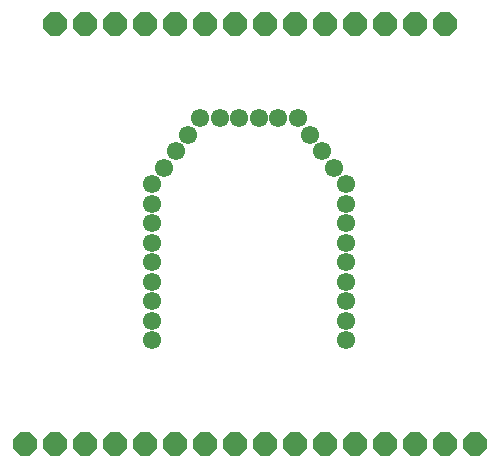
<source format=gbr>
G04 EAGLE Gerber RS-274X export*
G75*
%MOMM*%
%FSLAX34Y34*%
%LPD*%
%INSoldermask Bottom*%
%IPPOS*%
%AMOC8*
5,1,8,0,0,1.08239X$1,22.5*%
G01*
%ADD10C,1.553200*%
%ADD11P,2.199416X8X202.500000*%
%ADD12P,2.199416X8X292.500000*%
%ADD13P,2.199416X8X112.500000*%


D10*
X130810Y113284D03*
X140970Y259334D03*
X151130Y273304D03*
X161290Y287274D03*
X171450Y301244D03*
X187960Y301244D03*
X204470Y301244D03*
X220980Y301244D03*
X237490Y301244D03*
X254000Y301244D03*
X264160Y287274D03*
X130810Y129794D03*
X274320Y273304D03*
X284480Y259334D03*
X294640Y245364D03*
X294640Y228854D03*
X294640Y212344D03*
X130810Y146304D03*
X130810Y162814D03*
X130810Y179324D03*
X130810Y195834D03*
X130810Y212344D03*
X130810Y228854D03*
X130810Y245364D03*
X294640Y195834D03*
X294640Y179324D03*
X294640Y162814D03*
X294640Y146304D03*
X294640Y129794D03*
X294640Y113284D03*
D11*
X124460Y25908D03*
X99060Y25908D03*
D12*
X73660Y25908D03*
X48260Y25908D03*
X22860Y25908D03*
D13*
X149860Y25908D03*
X175260Y25908D03*
X200660Y25908D03*
X48260Y381254D03*
X73660Y381254D03*
X99060Y381254D03*
X124460Y381254D03*
X149860Y381254D03*
X175260Y381254D03*
X200660Y381254D03*
X226060Y381254D03*
X251460Y381254D03*
X276860Y381254D03*
X302260Y381254D03*
X327660Y381254D03*
X353060Y381254D03*
X378460Y381254D03*
X226060Y25908D03*
X251460Y25908D03*
X276860Y25908D03*
D12*
X403860Y25654D03*
X378460Y25654D03*
X353060Y25654D03*
X327660Y25654D03*
X302260Y25654D03*
M02*

</source>
